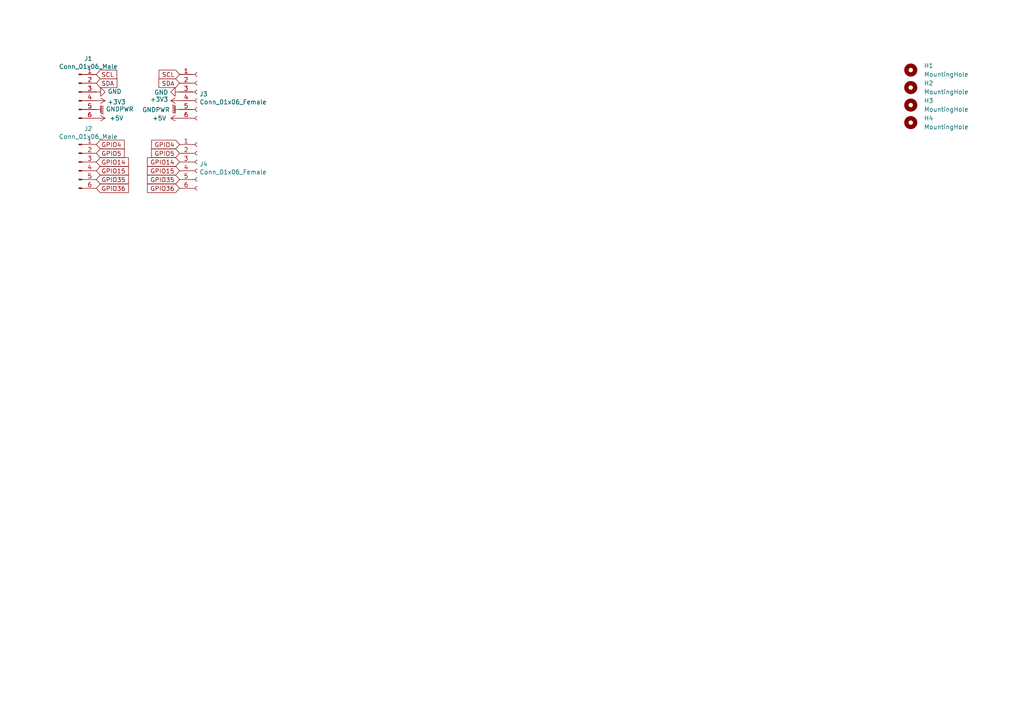
<source format=kicad_sch>
(kicad_sch (version 20210621) (generator eeschema)
  (paper "A4")
  (lib_symbols
    (symbol "Connector:Conn_01x06_Female" (pin_names (offset 1.016) hide)
      (property "Reference" "J" (at 0 7.62 0))
      (property "Value" "Conn_01x06_Female" (at 0 -10.16 0))
      (symbol "Conn_01x06_Female_1_1"
        (arc (start 0 -7.112) (end 0 -8.128) (radius (at 0 -7.62) (length 0.508) (angles 90.1 -90.1)) (stroke (width 0.1524)))
        (arc (start 0 -4.572) (end 0 -5.588) (radius (at 0 -5.08) (length 0.508) (angles 90.1 -90.1)) (stroke (width 0.1524)))
        (arc (start 0 -2.032) (end 0 -3.048) (radius (at 0 -2.54) (length 0.508) (angles 90.1 -90.1)) (stroke (width 0.1524)))
        (arc (start 0 0.508) (end 0 -0.508) (radius (at 0 0) (length 0.508) (angles 90.1 -90.1)) (stroke (width 0.1524)))
        (arc (start 0 3.048) (end 0 2.032) (radius (at 0 2.54) (length 0.508) (angles 90.1 -90.1)) (stroke (width 0.1524)))
        (arc (start 0 5.588) (end 0 4.572) (radius (at 0 5.08) (length 0.508) (angles 90.1 -90.1)) (stroke (width 0.1524)))
        (polyline (pts (xy -1.27 -7.62) (xy -0.508 -7.62)) (stroke (width 0.1524)))
        (polyline (pts (xy -1.27 -5.08) (xy -0.508 -5.08)) (stroke (width 0.1524)))
        (polyline (pts (xy -1.27 -2.54) (xy -0.508 -2.54)) (stroke (width 0.1524)))
        (polyline (pts (xy -1.27 0) (xy -0.508 0)) (stroke (width 0.1524)))
        (polyline (pts (xy -1.27 2.54) (xy -0.508 2.54)) (stroke (width 0.1524)))
        (polyline (pts (xy -1.27 5.08) (xy -0.508 5.08)) (stroke (width 0.1524)))
        (pin passive line (at -5.08 5.08 0) (length 3.81) (name "Pin_1") (number "1"))
        (pin passive line (at -5.08 2.54 0) (length 3.81) (name "Pin_2") (number "2"))
        (pin passive line (at -5.08 0 0) (length 3.81) (name "Pin_3") (number "3"))
        (pin passive line (at -5.08 -2.54 0) (length 3.81) (name "Pin_4") (number "4"))
        (pin passive line (at -5.08 -5.08 0) (length 3.81) (name "Pin_5") (number "5"))
        (pin passive line (at -5.08 -7.62 0) (length 3.81) (name "Pin_6") (number "6"))
      )
    )
    (symbol "Connector:Conn_01x06_Male" (pin_names (offset 1.016) hide)
      (property "Reference" "J" (at 0 7.62 0))
      (property "Value" "Conn_01x06_Male" (at 0 -10.16 0))
      (symbol "Conn_01x06_Male_1_1"
        (rectangle (start 0.8636 -7.493) (end 0 -7.747) (stroke (width 0.1524)) (fill (type outline)))
        (rectangle (start 0.8636 -4.953) (end 0 -5.207) (stroke (width 0.1524)) (fill (type outline)))
        (rectangle (start 0.8636 -2.413) (end 0 -2.667) (stroke (width 0.1524)) (fill (type outline)))
        (rectangle (start 0.8636 0.127) (end 0 -0.127) (stroke (width 0.1524)) (fill (type outline)))
        (rectangle (start 0.8636 2.667) (end 0 2.413) (stroke (width 0.1524)) (fill (type outline)))
        (rectangle (start 0.8636 5.207) (end 0 4.953) (stroke (width 0.1524)) (fill (type outline)))
        (polyline (pts (xy 1.27 -7.62) (xy 0.8636 -7.62)) (stroke (width 0.1524)))
        (polyline (pts (xy 1.27 -5.08) (xy 0.8636 -5.08)) (stroke (width 0.1524)))
        (polyline (pts (xy 1.27 -2.54) (xy 0.8636 -2.54)) (stroke (width 0.1524)))
        (polyline (pts (xy 1.27 0) (xy 0.8636 0)) (stroke (width 0.1524)))
        (polyline (pts (xy 1.27 2.54) (xy 0.8636 2.54)) (stroke (width 0.1524)))
        (polyline (pts (xy 1.27 5.08) (xy 0.8636 5.08)) (stroke (width 0.1524)))
        (pin passive line (at 5.08 5.08 180) (length 3.81) (name "Pin_1") (number "1"))
        (pin passive line (at 5.08 2.54 180) (length 3.81) (name "Pin_2") (number "2"))
        (pin passive line (at 5.08 0 180) (length 3.81) (name "Pin_3") (number "3"))
        (pin passive line (at 5.08 -2.54 180) (length 3.81) (name "Pin_4") (number "4"))
        (pin passive line (at 5.08 -5.08 180) (length 3.81) (name "Pin_5") (number "5"))
        (pin passive line (at 5.08 -7.62 180) (length 3.81) (name "Pin_6") (number "6"))
      )
    )
    (symbol "Mechanical:MountingHole" (pin_names (offset 1.016))
      (property "Reference" "H" (at 0 5.08 0))
      (property "Value" "MountingHole" (at 0 3.175 0))
      (symbol "MountingHole_0_1"
        (circle (center 0 0) (radius 1.27) (stroke (width 1.27)))
      )
    )
    (symbol "power:+3.3V" (power) (pin_names (offset 0))
      (property "Value" "+3.3V" (at 0 3.556 0))
      (symbol "+3.3V_0_1"
        (polyline (pts (xy -0.762 1.27) (xy 0 2.54)))
        (polyline (pts (xy 0 0) (xy 0 2.54)))
        (polyline (pts (xy 0 2.54) (xy 0.762 1.27)))
      )
      (symbol "+3.3V_1_1"
        (pin power_in line (at 0 0 90) (length 0) hide (name "+3V3") (number "1"))
      )
    )
    (symbol "power:+5V" (power) (pin_names (offset 0))
      (property "Value" "+5V" (at 0 3.556 0))
      (symbol "+5V_0_1"
        (polyline (pts (xy -0.762 1.27) (xy 0 2.54)))
        (polyline (pts (xy 0 0) (xy 0 2.54)))
        (polyline (pts (xy 0 2.54) (xy 0.762 1.27)))
      )
      (symbol "+5V_1_1"
        (pin power_in line (at 0 0 90) (length 0) hide (name "+5V") (number "1"))
      )
    )
    (symbol "power:GND" (power) (pin_names (offset 0))
      (property "Value" "GND" (at 0 -3.81 0))
      (symbol "GND_0_1"
        (polyline (pts (xy 0 0) (xy 0 -1.27) (xy 1.27 -1.27) (xy 0 -2.54) (xy -1.27 -1.27) (xy 0 -1.27)))
      )
      (symbol "GND_1_1"
        (pin power_in line (at 0 0 270) (length 0) hide (name "GND") (number "1"))
      )
    )
    (symbol "power:GNDPWR" (power) (pin_names (offset 0))
      (property "Value" "GNDPWR" (at 0 -3.302 0))
      (symbol "GNDPWR_0_1"
        (polyline (pts (xy 0 -1.27) (xy 0 0)))
        (polyline (pts (xy -1.016 -1.27) (xy -1.27 -2.032) (xy -1.27 -2.032)) (stroke (width 0.2032)))
        (polyline (pts (xy -0.508 -1.27) (xy -0.762 -2.032) (xy -0.762 -2.032)) (stroke (width 0.2032)))
        (polyline (pts (xy 0 -1.27) (xy -0.254 -2.032) (xy -0.254 -2.032)) (stroke (width 0.2032)))
        (polyline (pts (xy 0.508 -1.27) (xy 0.254 -2.032) (xy 0.254 -2.032)) (stroke (width 0.2032)))
        (polyline (pts (xy 1.016 -1.27) (xy -1.016 -1.27) (xy -1.016 -1.27)) (stroke (width 0.2032)))
        (polyline (pts (xy 1.016 -1.27) (xy 0.762 -2.032) (xy 0.762 -2.032) (xy 0.762 -2.032)) (stroke (width 0.2032)))
      )
      (symbol "GNDPWR_1_1"
        (pin power_in line (at 0 0 270) (length 0) hide (name "GNDPWR") (number "1"))
      )
    )
  )
  (global_label "SCL" (shape input) (at 27.94 21.59 0) (property "Intersheet References" "${INTERSHEET_REFS}" (effects hide)))
  (global_label "SDA" (shape input) (at 27.94 24.13 0) (property "Intersheet References" "${INTERSHEET_REFS}" (effects hide)))
  (global_label "GPIO4" (shape input) (at 27.94 41.91 0) (property "Intersheet References" "${INTERSHEET_REFS}" (effects hide)))
  (global_label "GPIO5" (shape input) (at 27.94 44.45 0) (property "Intersheet References" "${INTERSHEET_REFS}" (effects hide)))
  (global_label "GPIO14" (shape input) (at 27.94 46.99 0) (property "Intersheet References" "${INTERSHEET_REFS}" (effects hide)))
  (global_label "GPIO15" (shape input) (at 27.94 49.53 0) (property "Intersheet References" "${INTERSHEET_REFS}" (effects hide)))
  (global_label "GPIO35" (shape input) (at 27.94 52.07 0) (property "Intersheet References" "${INTERSHEET_REFS}" (effects hide)))
  (global_label "GPIO36" (shape input) (at 27.94 54.61 0) (property "Intersheet References" "${INTERSHEET_REFS}" (effects hide)))
  (global_label "SCL" (shape input) (at 52.07 21.59 180) (property "Intersheet References" "${INTERSHEET_REFS}" (effects hide)))
  (global_label "SDA" (shape input) (at 52.07 24.13 180) (property "Intersheet References" "${INTERSHEET_REFS}" (effects hide)))
  (global_label "GPIO4" (shape input) (at 52.07 41.91 180) (property "Intersheet References" "${INTERSHEET_REFS}" (effects hide)))
  (global_label "GPIO5" (shape input) (at 52.07 44.45 180) (property "Intersheet References" "${INTERSHEET_REFS}" (effects hide)))
  (global_label "GPIO14" (shape input) (at 52.07 46.99 180) (property "Intersheet References" "${INTERSHEET_REFS}" (effects hide)))
  (global_label "GPIO15" (shape input) (at 52.07 49.53 180) (property "Intersheet References" "${INTERSHEET_REFS}" (effects hide)))
  (global_label "GPIO35" (shape input) (at 52.07 52.07 180) (property "Intersheet References" "${INTERSHEET_REFS}" (effects hide)))
  (global_label "GPIO36" (shape input) (at 52.07 54.61 180) (property "Intersheet References" "${INTERSHEET_REFS}" (effects hide)))
  (symbol (lib_id "power:+3.3V") (at 27.94 29.21 270) (unit 1)
    (property "Reference" "#PWR02" (effects hide))
    (property "Value" "+3.3V" (at 31.1912 29.591 90) (effects (justify left)))
  )
  (symbol (lib_id "power:+5V") (at 27.94 34.29 270) (unit 1)
    (property "Reference" "#PWR0101" (effects hide))
    (property "Value" "+5V" (at 31.75 34.2899 90) (effects (justify left)))
  )
  (symbol (lib_id "power:+3.3V") (at 52.07 29.21 90) (unit 1)
    (property "Reference" "#PWR06" (effects hide))
    (property "Value" "+3.3V" (at 48.8188 28.829 90) (effects (justify left)))
  )
  (symbol (lib_id "power:+5V") (at 52.07 34.29 90) (unit 1)
    (property "Reference" "#PWR0102" (effects hide))
    (property "Value" "+5V" (at 48.26 34.2899 90) (effects (justify left)))
  )
  (symbol (lib_id "power:GNDPWR") (at 27.94 31.75 90) (unit 1)
    (property "Reference" "#PWR03" (effects hide))
    (property "Value" "GNDPWR" (at 30.7086 31.6484 90) (effects (justify right)))
  )
  (symbol (lib_id "power:GNDPWR") (at 52.07 31.75 270) (unit 1)
    (property "Reference" "#PWR07" (effects hide))
    (property "Value" "GNDPWR" (at 49.3014 31.8516 90) (effects (justify right)))
  )
  (symbol (lib_id "power:GND") (at 27.94 26.67 90) (unit 1)
    (property "Reference" "#PWR01" (effects hide))
    (property "Value" "GND" (at 31.1912 26.543 90) (effects (justify right)))
  )
  (symbol (lib_id "power:GND") (at 52.07 26.67 270) (unit 1)
    (property "Reference" "#PWR05" (effects hide))
    (property "Value" "GND" (at 48.8188 26.797 90) (effects (justify right)))
  )
  (symbol (lib_id "Mechanical:MountingHole") (at 264.16 20.32 0) (unit 1)
    (property "Reference" "H1" (at 267.97 19.0499 0) (effects (justify left)))
    (property "Value" "MountingHole" (at 267.97 21.5899 0) (effects (justify left)))
    (property "Footprint" "MountingHole:MountingHole_3.2mm_M3" (effects hide))
  )
  (symbol (lib_id "Mechanical:MountingHole") (at 264.16 25.4 0) (unit 1)
    (property "Reference" "H2" (at 267.97 24.1299 0) (effects (justify left)))
    (property "Value" "MountingHole" (at 267.97 26.6699 0) (effects (justify left)))
    (property "Footprint" "MountingHole:MountingHole_3.2mm_M3" (effects hide))
  )
  (symbol (lib_id "Mechanical:MountingHole") (at 264.16 30.48 0) (unit 1)
    (property "Reference" "H3" (at 267.97 29.2099 0) (effects (justify left)))
    (property "Value" "MountingHole" (at 267.97 31.7499 0) (effects (justify left)))
    (property "Footprint" "MountingHole:MountingHole_3.2mm_M3" (effects hide))
  )
  (symbol (lib_id "Mechanical:MountingHole") (at 264.16 35.56 0) (unit 1)
    (property "Reference" "H4" (at 267.97 34.2899 0) (effects (justify left)))
    (property "Value" "MountingHole" (at 267.97 36.8299 0) (effects (justify left)))
    (property "Footprint" "MountingHole:MountingHole_3.2mm_M3" (effects hide))
  )
  (symbol (lib_id "Connector:Conn_01x06_Male") (at 22.86 26.67 0) (unit 1)
    (property "Reference" "J1" (at 25.6032 16.9926 0))
    (property "Value" "Conn_01x06_Male" (at 25.6032 19.304 0))
    (property "Footprint" "Connector_PinHeader_2.54mm:PinHeader_1x06_P2.54mm_Horizontal" (effects hide))
  )
  (symbol (lib_id "Connector:Conn_01x06_Male") (at 22.86 46.99 0) (unit 1)
    (property "Reference" "J2" (at 25.6032 37.3126 0))
    (property "Value" "Conn_01x06_Male" (at 25.6032 39.624 0))
    (property "Footprint" "Connector_PinHeader_2.54mm:PinHeader_1x06_P2.54mm_Horizontal" (effects hide))
  )
  (symbol (lib_id "Connector:Conn_01x06_Female") (at 57.15 26.67 0) (unit 1)
    (property "Reference" "J3" (at 57.8612 27.2796 0) (effects (justify left)))
    (property "Value" "Conn_01x06_Female" (at 57.8612 29.591 0) (effects (justify left)))
    (property "Footprint" "Connector_PinSocket_2.54mm:PinSocket_1x06_P2.54mm_Horizontal" (effects hide))
  )
  (symbol (lib_id "Connector:Conn_01x06_Female") (at 57.15 46.99 0) (unit 1)
    (property "Reference" "J4" (at 57.8612 47.5996 0) (effects (justify left)))
    (property "Value" "Conn_01x06_Female" (at 57.8612 49.911 0) (effects (justify left)))
    (property "Footprint" "Connector_PinSocket_2.54mm:PinSocket_1x06_P2.54mm_Horizontal" (effects hide))
  )
)
</source>
